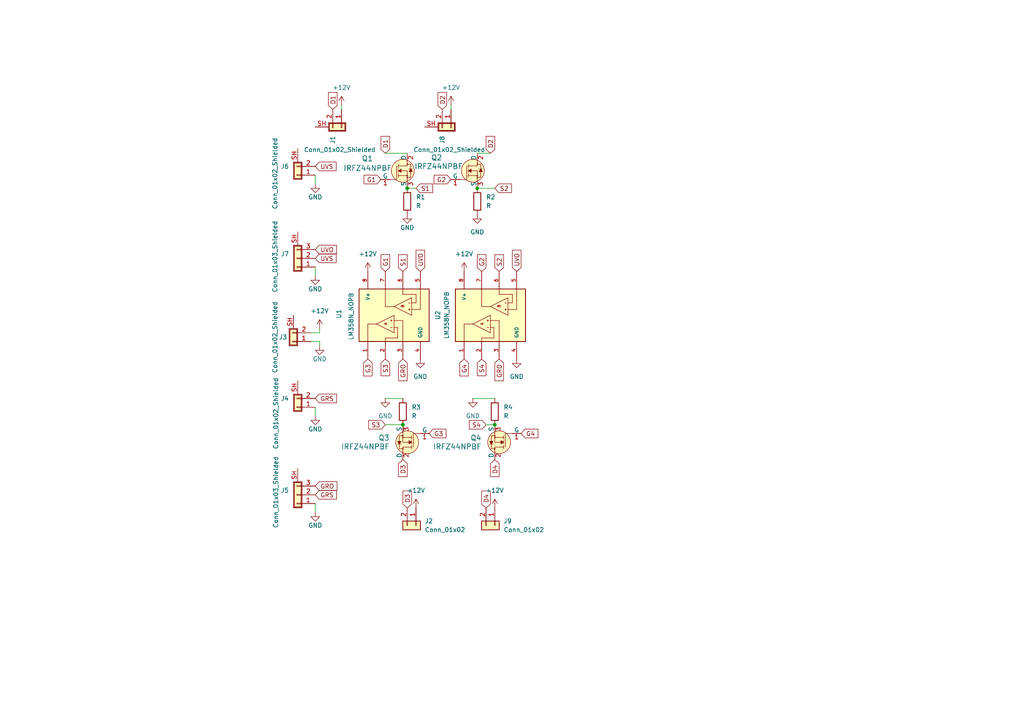
<source format=kicad_sch>
(kicad_sch (version 20231120) (generator "eeschema") (generator_version "8.0")
  (paper "A4")
  (lib_symbols
    (symbol "Connector_Generic:Conn_01x02" (pin_names (offset 1.016) hide)
      (property "Reference" "J" (at 0 2.54 0))
      (property "Value" "Conn_01x02" (at 0 -5.08 0))
      (symbol "Conn_01x02_1_1"
        (rectangle (start -1.27 -2.413) (end 0 -2.667) (stroke (width 0.1524)))
        (rectangle (start -1.27 0.127) (end 0 -0.127) (stroke (width 0.1524)))
        (rectangle (start -1.27 1.27) (end 1.27 -3.81) (stroke (width 0.254)) (fill (type background)))
        (pin passive line (at -5.08 0 0) (length 3.81) (name "Pin_1") (number "1"))
        (pin passive line (at -5.08 -2.54 0) (length 3.81) (name "Pin_2") (number "2"))
      )
    )
    (symbol "Connector_Generic_Shielded:Conn_01x02_Shielded" (pin_names (offset 1.016) hide)
      (property "Reference" "J" (at 0.254 2.286 0))
      (property "Value" "Conn_01x02_Shielded" (at 1.016 -4.826 0))
      (symbol "Conn_01x02_Shielded_1_1"
        (rectangle (start -1.27 1.27) (end 1.27 -3.81) (stroke (width 0.1524)))
        (rectangle (start -1.016 -2.413) (end 0.254 -2.667) (stroke (width 0.1524)))
        (rectangle (start -1.016 0.127) (end 0.254 -0.127) (stroke (width 0.1524)))
        (rectangle (start -1.016 1.016) (end 1.016 -3.556) (stroke (width 0.254)) (fill (type background)))
        (pin passive line (at -5.08 0 0) (length 4.064) (name "Pin_1") (number "1"))
        (pin passive line (at -5.08 -2.54 0) (length 4.064) (name "Pin_2") (number "2"))
        (pin passive line (at 0 -7.62 90) (length 3.81) (name "Shield") (number "SH"))
      )
    )
    (symbol "Connector_Generic_Shielded:Conn_01x03_Shielded" (pin_names (offset 1.016) hide)
      (property "Reference" "J" (at 0.254 4.826 0))
      (property "Value" "Conn_01x03_Shielded" (at 1.016 -4.826 0))
      (symbol "Conn_01x03_Shielded_1_1"
        (rectangle (start -1.27 3.81) (end 1.27 -3.81) (stroke (width 0.1524)))
        (rectangle (start -1.016 -2.413) (end 0.254 -2.667) (stroke (width 0.1524)))
        (rectangle (start -1.016 0.127) (end 0.254 -0.127) (stroke (width 0.1524)))
        (rectangle (start -1.016 2.667) (end 0.254 2.413) (stroke (width 0.1524)))
        (rectangle (start -1.016 3.556) (end 1.016 -3.556) (stroke (width 0.254)) (fill (type background)))
        (pin passive line (at -5.08 2.54 0) (length 4.064) (name "Pin_1") (number "1"))
        (pin passive line (at -5.08 0 0) (length 4.064) (name "Pin_2") (number "2"))
        (pin passive line (at -5.08 -2.54 0) (length 4.064) (name "Pin_3") (number "3"))
        (pin passive line (at 0 -7.62 90) (length 3.81) (name "Shield") (number "SH"))
      )
    )
    (symbol "Device:R" (pin_numbers hide) (pin_names (offset 0))
      (property "Reference" "R" (at 2.032 0 90))
      (property "Value" "R" (at 0 0 90))
      (symbol "R_0_1"
        (rectangle (start -1.016 -2.54) (end 1.016 2.54) (stroke (width 0.254)))
      )
      (symbol "R_1_1"
        (pin passive line (at 0 3.81 270) (length 1.27) (name "~") (number "1"))
        (pin passive line (at 0 -3.81 90) (length 1.27) (name "~") (number "2"))
      )
    )
    (symbol "Op_amp:LM358N_NOPB" (pin_names (offset 1.016))
      (property "Reference" "U" (at -7.62 11.43 0))
      (property "Value" "LM358N_NOPB" (at -7.62 -11.43 0))
      (symbol "LM358N_NOPB_0_0"
        (rectangle (start -7.62 -10.16) (end 7.62 10.16) (stroke (width 0.254)) (fill (type background)))
        (polyline (pts (xy -6.604 -1.016) (xy -6.604 2.54)) (stroke (width 0.1524)))
        (polyline (pts (xy -6.604 2.54) (xy -7.62 2.54)) (stroke (width 0.1524)))
        (polyline (pts (xy -5.08 0) (xy -2.54 5.08)) (stroke (width 0.1524)))
        (polyline (pts (xy -3.556 -1.016) (xy -6.604 -1.016)) (stroke (width 0.1524)))
        (polyline (pts (xy -3.556 0) (xy -5.08 0)) (stroke (width 0.1524)))
        (polyline (pts (xy -3.556 0) (xy -3.556 -1.016)) (stroke (width 0.1524)))
        (polyline (pts (xy -3.556 1.016) (xy -3.556 0.508)) (stroke (width 0.1524)))
        (polyline (pts (xy -2.54 5.08) (xy -2.54 7.62)) (stroke (width 0.1524)))
        (polyline (pts (xy -2.54 5.08) (xy 0 0)) (stroke (width 0.1524)))
        (polyline (pts (xy -2.54 7.62) (xy -7.62 7.62)) (stroke (width 0.1524)))
        (polyline (pts (xy -1.778 0.762) (xy -1.27 0.762)) (stroke (width 0.1524)))
        (polyline (pts (xy -1.524 -2.54) (xy -7.62 -2.54)) (stroke (width 0.1524)))
        (polyline (pts (xy -1.524 0) (xy -3.556 0)) (stroke (width 0.1524)))
        (polyline (pts (xy -1.524 0) (xy -1.524 -2.54)) (stroke (width 0.1524)))
        (polyline (pts (xy -1.524 0.508) (xy -1.524 1.016)) (stroke (width 0.1524)))
        (polyline (pts (xy 0 -5.08) (xy 2.54 0)) (stroke (width 0.1524)))
        (polyline (pts (xy 0 0) (xy -1.524 0)) (stroke (width 0.1524)))
        (polyline (pts (xy 1.4224 -4.4196) (xy 1.9304 -4.4196)) (stroke (width 0.1524)))
        (polyline (pts (xy 1.6764 -7.62) (xy 7.62 -7.62)) (stroke (width 0.1524)))
        (polyline (pts (xy 1.6764 -5.1308) (xy 1.6764 -7.62)) (stroke (width 0.1524)))
        (polyline (pts (xy 1.6764 -4.1656) (xy 1.6764 -4.6736)) (stroke (width 0.1524)))
        (polyline (pts (xy 2.5146 -0.1016) (xy 2.5146 2.54)) (stroke (width 0.1524)))
        (polyline (pts (xy 2.5146 2.54) (xy 7.62 2.54)) (stroke (width 0.1524)))
        (polyline (pts (xy 2.54 0) (xy 5.08 -5.08)) (stroke (width 0.1524)))
        (polyline (pts (xy 3.556 -4.191) (xy 3.556 -4.699)) (stroke (width 0.1524)))
        (polyline (pts (xy 3.6068 -6.3754) (xy 6.0706 -6.3754)) (stroke (width 0.1524)))
        (polyline (pts (xy 3.6068 -5.1054) (xy 3.6068 -6.3754)) (stroke (width 0.1524)))
        (polyline (pts (xy 5.08 -5.08) (xy 0 -5.08)) (stroke (width 0.1524)))
        (polyline (pts (xy 6.0706 -6.3754) (xy 6.0706 -2.54)) (stroke (width 0.1524)))
        (polyline (pts (xy 6.0706 -2.54) (xy 7.62 -2.54)) (stroke (width 0.1524)))
        (text "A" (at -2.921 1.9558 0) (effects (font (size 0.8128 0.8128)) (justify left bottom)))
        (text "B" (at 2.159 -2.9718 0) (effects (font (size 0.8128 0.8128)) (justify left bottom)))
        (pin output line (at -12.7 7.62 0) (length 5.08) (name "~") (number "1"))
        (pin input line (at -12.7 2.54 0) (length 5.08) (name "~") (number "2"))
        (pin input line (at -12.7 -2.54 0) (length 5.08) (name "~") (number "3"))
        (pin power_in line (at -12.7 -7.62 0) (length 5.08) (name "GND") (number "4"))
        (pin input line (at 12.7 -7.62 180) (length 5.08) (name "~") (number "5"))
        (pin input line (at 12.7 -2.54 180) (length 5.08) (name "~") (number "6"))
        (pin output line (at 12.7 2.54 180) (length 5.08) (name "~") (number "7"))
        (pin power_in line (at 12.7 7.62 180) (length 5.08) (name "V+") (number "8"))
      )
    )
    (symbol "dk_Transistors-FETs-MOSFETs-Single:IRF510PBF" (pin_names (offset 0))
      (property "Reference" "Q" (at -2.6924 3.6322 0))
      (property "Value" "IRF510PBF" (at 3.4544 0 90))
      (symbol "IRF510PBF_0_1"
        (circle (center -1.27 0) (radius 3.302) (fill (type background)))
        (circle (center 0 -1.905) (radius 0.127))
        (circle (center 0 -1.397) (radius 0.127))
        (polyline (pts (xy 0 -1.397) (xy -2.54 -1.397)))
        (polyline (pts (xy -5.08 -2.54) (xy -3.048 -2.54) (xy -3.048 1.397)))
        (polyline (pts (xy 0 -2.54) (xy 0 0) (xy -2.54 0)))
        (polyline (pts (xy 0 2.54) (xy 0 1.397) (xy -2.54 1.397)))
        (polyline (pts (xy -0.127 -1.905) (xy 1.016 -1.905) (xy 1.016 1.397) (xy 1.016 1.905) (xy -0.127 1.905)))
        (circle (center 0 1.905) (radius 0.127))
      )
      (symbol "IRF510PBF_1_1"
        (polyline (pts (xy -2.54 -1.397) (xy -2.54 -1.905)))
        (polyline (pts (xy -2.54 -1.397) (xy -2.54 -0.889)))
        (polyline (pts (xy -2.54 0) (xy -2.54 -0.508)))
        (polyline (pts (xy -2.54 0) (xy -2.54 0.508)))
        (polyline (pts (xy -2.54 1.905) (xy -2.54 0.889)))
        (polyline (pts (xy 1.524 0.508) (xy 0.508 0.508)))
        (polyline (pts (xy -2.54 0) (xy -1.778 0.508) (xy -1.778 -0.508) (xy -2.54 0)) (fill (type outline)))
        (polyline (pts (xy 1.016 0.508) (xy 0.508 -0.254) (xy 1.524 -0.254) (xy 1.016 0.508)) (fill (type outline)))
        (pin bidirectional line (at -7.62 -2.54 0) (length 2.54) (name "G") (number "1"))
        (pin bidirectional line (at 0 5.08 270) (length 2.54) (name "D") (number "2"))
        (pin bidirectional line (at 0 -5.08 90) (length 2.54) (name "S") (number "3"))
      )
    )
    (symbol "power:+12V" (power) (pin_numbers hide) (pin_names (offset 0) hide)
      (property "Value" "+12V" (at 0 3.556 0))
      (symbol "+12V_0_1"
        (polyline (pts (xy -0.762 1.27) (xy 0 2.54)))
        (polyline (pts (xy 0 0) (xy 0 2.54)))
        (polyline (pts (xy 0 2.54) (xy 0.762 1.27)))
      )
      (symbol "+12V_1_1"
        (pin power_in line (at 0 0 90) (length 0) (name "~") (number "1"))
      )
    )
    (symbol "power:GND" (power) (pin_numbers hide) (pin_names (offset 0) hide)
      (property "Value" "GND" (at 0 -3.81 0))
      (symbol "GND_0_1"
        (polyline (pts (xy 0 0) (xy 0 -1.27) (xy 1.27 -1.27) (xy 0 -2.54) (xy -1.27 -1.27) (xy 0 -1.27)))
      )
      (symbol "GND_1_1"
        (pin power_in line (at 0 0 270) (length 0) (name "~") (number "1"))
      )
    )
  )
  (junction (at 138.43 54.61))
  (junction (at 116.84 123.19))
  (junction (at 118.11 54.61))
  (junction (at 143.51 123.19))
  (wire (pts (xy 138.43 54.61) (xy 143.51 54.61)))
  (wire (pts (xy 91.44 146.05) (xy 91.44 148.59)))
  (wire (pts (xy 138.43 44.45) (xy 142.24 44.45)))
  (wire (pts (xy 92.71 99.06) (xy 92.71 100.33)))
  (wire (pts (xy 111.76 44.45) (xy 118.11 44.45)))
  (wire (pts (xy 91.44 118.11) (xy 91.44 120.65)))
  (wire (pts (xy 111.76 115.57) (xy 116.84 115.57)))
  (wire (pts (xy 91.44 77.47) (xy 91.44 80.01)))
  (wire (pts (xy 118.11 54.61) (xy 120.65 54.61)))
  (wire (pts (xy 92.71 96.52) (xy 92.71 95.25)))
  (wire (pts (xy 90.17 96.52) (xy 92.71 96.52)))
  (wire (pts (xy 140.97 123.19) (xy 143.51 123.19)))
  (wire (pts (xy 116.84 124.46) (xy 116.84 123.19)))
  (wire (pts (xy 91.44 50.8) (xy 91.44 53.34)))
  (wire (pts (xy 137.16 115.57) (xy 143.51 115.57)))
  (wire (pts (xy 90.17 99.06) (xy 92.71 99.06)))
  (wire (pts (xy 116.84 123.19) (xy 111.76 123.19)))
  (wire (pts (xy 130.81 30.48) (xy 130.81 31.75)))
  (wire (pts (xy 99.06 30.48) (xy 99.06 31.75)))
  (global_label "G1" (shape input) (at 110.49 52.07 180) (property "Intersheetrefs" "${INTERSHEET_REFS}" (effects (hide yes))))
  (global_label "G3" (shape input) (at 106.68 104.14 270) (property "Intersheetrefs" "${INTERSHEET_REFS}" (effects (hide yes))))
  (global_label "G2" (shape input) (at 139.7 78.74 90) (property "Intersheetrefs" "${INTERSHEET_REFS}" (effects (hide yes))))
  (global_label "S2" (shape input) (at 144.78 78.74 90) (property "Intersheetrefs" "${INTERSHEET_REFS}" (effects (hide yes))))
  (global_label "UVO" (shape input) (at 91.44 72.39 0) (property "Intersheetrefs" "${INTERSHEET_REFS}" (effects (hide yes))))
  (global_label "S4" (shape input) (at 140.97 123.19 180) (property "Intersheetrefs" "${INTERSHEET_REFS}" (effects (hide yes))))
  (global_label "UVO" (shape input) (at 121.92 78.74 90) (property "Intersheetrefs" "${INTERSHEET_REFS}" (effects (hide yes))))
  (global_label "D2" (shape input) (at 128.27 31.75 90) (property "Intersheetrefs" "${INTERSHEET_REFS}" (effects (hide yes))))
  (global_label "D3" (shape input) (at 116.84 133.35 270) (property "Intersheetrefs" "${INTERSHEET_REFS}" (effects (hide yes))))
  (global_label "UVO" (shape input) (at 149.86 78.74 90) (property "Intersheetrefs" "${INTERSHEET_REFS}" (effects (hide yes))))
  (global_label "G1" (shape input) (at 111.76 78.74 90) (property "Intersheetrefs" "${INTERSHEET_REFS}" (effects (hide yes))))
  (global_label "D1" (shape input) (at 111.76 44.45 90) (property "Intersheetrefs" "${INTERSHEET_REFS}" (effects (hide yes))))
  (global_label "G2" (shape input) (at 130.81 52.07 180) (property "Intersheetrefs" "${INTERSHEET_REFS}" (effects (hide yes))))
  (global_label "D3" (shape input) (at 118.11 147.32 90) (property "Intersheetrefs" "${INTERSHEET_REFS}" (effects (hide yes))))
  (global_label "G3" (shape input) (at 124.46 125.73 0) (property "Intersheetrefs" "${INTERSHEET_REFS}" (effects (hide yes))))
  (global_label "D2" (shape input) (at 142.24 44.45 90) (property "Intersheetrefs" "${INTERSHEET_REFS}" (effects (hide yes))))
  (global_label "G4" (shape input) (at 151.13 125.73 0) (property "Intersheetrefs" "${INTERSHEET_REFS}" (effects (hide yes))))
  (global_label "S3" (shape input) (at 111.76 123.19 180) (property "Intersheetrefs" "${INTERSHEET_REFS}" (effects (hide yes))))
  (global_label "UVS" (shape input) (at 91.44 48.26 0) (property "Intersheetrefs" "${INTERSHEET_REFS}" (effects (hide yes))))
  (global_label "GRO" (shape input) (at 144.78 104.14 270) (property "Intersheetrefs" "${INTERSHEET_REFS}" (effects (hide yes))))
  (global_label "S1" (shape input) (at 116.84 78.74 90) (property "Intersheetrefs" "${INTERSHEET_REFS}" (effects (hide yes))))
  (global_label "D4" (shape input) (at 140.97 147.32 90) (property "Intersheetrefs" "${INTERSHEET_REFS}" (effects (hide yes))))
  (global_label "GRS" (shape input) (at 91.44 115.57 0) (property "Intersheetrefs" "${INTERSHEET_REFS}" (effects (hide yes))))
  (global_label "G4" (shape input) (at 134.62 104.14 270) (property "Intersheetrefs" "${INTERSHEET_REFS}" (effects (hide yes))))
  (global_label "GRS" (shape input) (at 91.44 143.51 0) (property "Intersheetrefs" "${INTERSHEET_REFS}" (effects (hide yes))))
  (global_label "S2" (shape input) (at 143.51 54.61 0) (property "Intersheetrefs" "${INTERSHEET_REFS}" (effects (hide yes))))
  (global_label "UVS" (shape input) (at 91.44 74.93 0) (property "Intersheetrefs" "${INTERSHEET_REFS}" (effects (hide yes))))
  (global_label "D1" (shape input) (at 96.52 31.75 90) (property "Intersheetrefs" "${INTERSHEET_REFS}" (effects (hide yes))))
  (global_label "S3" (shape input) (at 111.76 104.14 270) (property "Intersheetrefs" "${INTERSHEET_REFS}" (effects (hide yes))))
  (global_label "GRO" (shape input) (at 91.44 140.97 0) (property "Intersheetrefs" "${INTERSHEET_REFS}" (effects (hide yes))))
  (global_label "S4" (shape input) (at 139.7 104.14 270) (property "Intersheetrefs" "${INTERSHEET_REFS}" (effects (hide yes))))
  (global_label "D4" (shape input) (at 143.51 133.35 270) (property "Intersheetrefs" "${INTERSHEET_REFS}" (effects (hide yes))))
  (global_label "S1" (shape input) (at 120.65 54.61 0) (property "Intersheetrefs" "${INTERSHEET_REFS}" (effects (hide yes))))
  (global_label "GRO" (shape input) (at 116.84 104.14 270) (property "Intersheetrefs" "${INTERSHEET_REFS}" (effects (hide yes))))
  (symbol (lib_id "Connector_Generic_Shielded:Conn_01x02_Shielded") (at 86.36 118.11 180) (unit 1)
    (property "Reference" "J4" (at 83.82 115.5699 0) (effects (justify left)))
    (property "Value" "Conn_01x02_Shielded" (at 80.01 109.474 90) (effects (justify left)))
    (property "Footprint" "Connector_PinSocket_2.54mm:PinSocket_1x02_P2.54mm_Horizontal" (effects (hide yes)))
    (property "Description" "Generic shielded connector, single row, 01x02, script generated (kicad-library-utils/schlib/autogen/connector/)" (effects (hide yes)))
  )
  (symbol (lib_id "Connector_Generic_Shielded:Conn_01x02_Shielded") (at 130.81 36.83 270) (unit 1)
    (property "Reference" "J8" (at 128.2699 39.37 0) (effects (justify left)))
    (property "Value" "Conn_01x02_Shielded" (at 119.888 43.434 90) (effects (justify left)))
    (property "Footprint" "Connector_PinSocket_2.54mm:PinSocket_1x02_P2.54mm_Horizontal" (effects (hide yes)))
    (property "Description" "Generic shielded connector, single row, 01x02, script generated (kicad-library-utils/schlib/autogen/connector/)" (effects (hide yes)))
  )
  (symbol (lib_id "power:GND") (at 91.44 80.01 0) (unit 1)
    (property "Reference" "#PWR07" (effects (hide yes)))
    (property "Value" "GND" (at 91.44 83.82 0))
    (property "Description" "Power symbol creates a global label with name \"GND\" , ground" (effects (hide yes)))
  )
  (symbol (lib_id "power:+12V") (at 120.65 147.32 0) (unit 1)
    (property "Reference" "#PWR011" (effects (hide yes)))
    (property "Value" "+12V" (at 120.65 142.24 0))
    (property "Description" "Power symbol creates a global label with name \"+12V\"" (effects (hide yes)))
  )
  (symbol (lib_id "Connector_Generic:Conn_01x02") (at 120.65 152.4 270) (unit 1)
    (property "Reference" "J2" (at 123.19 151.1299 90) (effects (justify left)))
    (property "Value" "Conn_01x02" (at 123.19 153.6699 90) (effects (justify left)))
    (property "Footprint" "Connector_PinSocket_2.54mm:PinSocket_1x02_P2.54mm_Horizontal" (effects (hide yes)))
    (property "Description" "Generic connector, single row, 01x02, script generated (kicad-library-utils/schlib/autogen/connector/)" (effects (hide yes)))
  )
  (symbol (lib_id "power:+12V") (at 134.62 78.74 0) (unit 1)
    (property "Reference" "#PWR014" (effects (hide yes)))
    (property "Value" "+12V" (at 134.62 73.66 0))
    (property "Description" "Power symbol creates a global label with name \"+12V\"" (effects (hide yes)))
  )
  (symbol (lib_id "Connector_Generic_Shielded:Conn_01x02_Shielded") (at 86.36 50.8 180) (unit 1)
    (property "Reference" "J6" (at 83.82 48.2599 0) (effects (justify left)))
    (property "Value" "Conn_01x02_Shielded" (at 79.756 39.878 90) (effects (justify left)))
    (property "Footprint" "Connector_PinSocket_2.54mm:PinSocket_1x02_P2.54mm_Horizontal" (effects (hide yes)))
    (property "Description" "Generic shielded connector, single row, 01x02, script generated (kicad-library-utils/schlib/autogen/connector/)" (effects (hide yes)))
  )
  (symbol (lib_id "power:GND") (at 149.86 104.14 0) (unit 1)
    (property "Reference" "#PWR013" (effects (hide yes)))
    (property "Value" "GND" (at 149.86 109.22 0))
    (property "Description" "Power symbol creates a global label with name \"GND\" , ground" (effects (hide yes)))
  )
  (symbol (lib_id "power:+12V") (at 143.51 147.32 0) (unit 1)
    (property "Reference" "#PWR012" (effects (hide yes)))
    (property "Value" "+12V" (at 143.51 142.24 0))
    (property "Description" "Power symbol creates a global label with name \"+12V\"" (effects (hide yes)))
  )
  (symbol (lib_id "Op_amp:LM358N_NOPB") (at 114.3 91.44 90) (unit 1)
    (property "Reference" "U1" (at 98.298 89.662 0) (effects (justify right)))
    (property "Value" "LM358N_NOPB" (at 101.854 84.836 0) (effects (justify right)))
    (property "Footprint" "Symbol:LM358N_NOP" (effects (hide yes)))
    (property "Description" "2-Channel, 1MHz, industry standard, 32V op amp 8-PDIP 0 to 70" (effects (hide yes)))
    (property "MF" "Texas Instruments" (effects (hide yes)))
    (property "MOUSER-PURCHASE-URL" "https://snapeda.com/shop?store=Mouser&id=106817" (effects (hide yes)))
    (property "PACKAGE" "PDIP-8 Texas" (effects (hide yes)))
    (property "PRICE" "None" (effects (hide yes)))
    (property "Package" "PDIP-8 Texas" (effects (hide yes)))
    (property "Check_prices" "https://www.snapeda.com/parts/LM358N/NOPB/Texas+Instruments/view-part/?ref=eda" (effects (hide yes)))
    (property "SnapEDA_Link" "https://www.snapeda.com/parts/LM358N/NOPB/Texas+Instruments/view-part/?ref=snap" (effects (hide yes)))
    (property "TEXAS_INSTRUMENTS-PURCHASE-URL" "https://snapeda.com/shop?store=Texas+Instruments&id=106817" (effects (hide yes)))
    (property "Price" "None" (effects (hide yes)))
    (property "ARROW_ASIA-PURCHASE-URL" "https://snapeda.com/shop?store=Arrow+Asia&id=106817" (effects (hide yes)))
    (property "MP" "LM358N/NOPB" (effects (hide yes)))
    (property "DIGIKEY-PURCHASE-URL" "https://snapeda.com/shop?store=DigiKey&id=106817" (effects (hide yes)))
    (property "Availability" "In Stock" (effects (hide yes)))
    (property "AVAILABILITY" "Good" (effects (hide yes)))
    (property "Description_1" "\n                        \n                            Dual, 32-V, 1-MHz op amp\n                        \n" (effects (hide yes)))
  )
  (symbol (lib_id "power:GND") (at 92.71 100.33 0) (unit 1)
    (property "Reference" "#PWR010" (effects (hide yes)))
    (property "Value" "GND" (at 92.71 104.14 0))
    (property "Description" "Power symbol creates a global label with name \"GND\" , ground" (effects (hide yes)))
  )
  (symbol (lib_id "Connector_Generic_Shielded:Conn_01x02_Shielded") (at 85.09 99.06 180) (unit 1)
    (property "Reference" "J3" (at 83.312 97.79 0) (effects (justify left)))
    (property "Value" "Conn_01x02_Shielded" (at 79.756 87.376 90) (effects (justify left)))
    (property "Footprint" "Connector_PinSocket_2.54mm:PinSocket_1x02_P2.54mm_Horizontal" (effects (hide yes)))
    (property "Description" "Generic shielded connector, single row, 01x02, script generated (kicad-library-utils/schlib/autogen/connector/)" (effects (hide yes)))
  )
  (symbol (lib_id "power:GND") (at 91.44 148.59 0) (unit 1)
    (property "Reference" "#PWR016" (effects (hide yes)))
    (property "Value" "GND" (at 91.44 152.4 0))
    (property "Description" "Power symbol creates a global label with name \"GND\" , ground" (effects (hide yes)))
  )
  (symbol (lib_id "Connector_Generic_Shielded:Conn_01x03_Shielded") (at 86.36 74.93 180) (unit 1)
    (property "Reference" "J7" (at 83.82 73.6599 0) (effects (justify left)))
    (property "Value" "Conn_01x03_Shielded" (at 79.756 64.008 90) (effects (justify left)))
    (property "Footprint" "Connector_PinSocket_2.54mm:PinSocket_1x03_P2.54mm_Horizontal" (effects (hide yes)))
    (property "Description" "Generic shielded connector, single row, 01x03, script generated (kicad-library-utils/schlib/autogen/connector/)" (effects (hide yes)))
  )
  (symbol (lib_id "power:GND") (at 118.11 62.23 0) (unit 1)
    (property "Reference" "#PWR01" (effects (hide yes)))
    (property "Value" "GND" (at 118.11 66.04 0))
    (property "Description" "Power symbol creates a global label with name \"GND\" , ground" (effects (hide yes)))
  )
  (symbol (lib_id "Device:R") (at 143.51 119.38 0) (unit 1)
    (property "Reference" "R4" (at 146.05 118.1099 0) (effects (justify left)))
    (property "Value" "R" (at 146.05 120.6499 0) (effects (justify left)))
    (property "Footprint" "Resistor_THT:R_Axial_DIN0207_L6.3mm_D2.5mm_P7.62mm_Horizontal" (effects (hide yes)))
    (property "Description" "Resistor" (effects (hide yes)))
  )
  (symbol (lib_id "Device:R") (at 118.11 58.42 0) (unit 1)
    (property "Reference" "R1" (at 120.65 57.1499 0) (effects (justify left)))
    (property "Value" "R" (at 120.65 59.6899 0) (effects (justify left)))
    (property "Footprint" "Resistor_THT:R_Axial_Power_L38.0mm_W6.4mm_P40.64mm" (effects (hide yes)))
    (property "Description" "Resistor" (effects (hide yes)))
  )
  (symbol (lib_id "Op_amp:LM358N_NOPB") (at 142.24 91.44 90) (unit 1)
    (property "Reference" "U2" (at 127 91.44 0))
    (property "Value" "LM358N_NOPB" (at 129.54 91.44 0))
    (property "Footprint" "Symbol:LM358N_NOP" (effects (hide yes)))
    (property "Description" "2-Channel, 1MHz, industry standard, 32V op amp 8-PDIP 0 to 70" (effects (hide yes)))
    (property "MF" "Texas Instruments" (effects (hide yes)))
    (property "MOUSER-PURCHASE-URL" "https://snapeda.com/shop?store=Mouser&id=106817" (effects (hide yes)))
    (property "PACKAGE" "PDIP-8 Texas" (effects (hide yes)))
    (property "PRICE" "None" (effects (hide yes)))
    (property "Package" "PDIP-8 Texas" (effects (hide yes)))
    (property "Check_prices" "https://www.snapeda.com/parts/LM358N/NOPB/Texas+Instruments/view-part/?ref=eda" (effects (hide yes)))
    (property "SnapEDA_Link" "https://www.snapeda.com/parts/LM358N/NOPB/Texas+Instruments/view-part/?ref=snap" (effects (hide yes)))
    (property "TEXAS_INSTRUMENTS-PURCHASE-URL" "https://snapeda.com/shop?store=Texas+Instruments&id=106817" (effects (hide yes)))
    (property "Price" "None" (effects (hide yes)))
    (property "ARROW_ASIA-PURCHASE-URL" "https://snapeda.com/shop?store=Arrow+Asia&id=106817" (effects (hide yes)))
    (property "MP" "LM358N/NOPB" (effects (hide yes)))
    (property "DIGIKEY-PURCHASE-URL" "https://snapeda.com/shop?store=DigiKey&id=106817" (effects (hide yes)))
    (property "Availability" "In Stock" (effects (hide yes)))
    (property "AVAILABILITY" "Good" (effects (hide yes)))
    (property "Description_1" "\n                        \n                            Dual, 32-V, 1-MHz op amp\n                        \n" (effects (hide yes)))
  )
  (symbol (lib_id "dk_Transistors-FETs-MOSFETs-Single:IRF510PBF") (at 138.43 49.53 0) (unit 1)
    (property "Reference" "Q2" (at 124.968 45.72 0) (effects (font (size 1.524 1.524)) (justify left)))
    (property "Value" "IRFZ44NPBF" (at 120.142 48.26 0) (effects (font (size 1.524 1.524)) (justify left)))
    (property "Footprint" "digikey-footprints:TO-220-3" (effects (hide yes)))
    (property "Datasheet" "http://www.vishay.com/docs/91015/sihf510.pdf" (effects (hide yes)))
    (property "Description" "MOSFET N-CH 100V 5.6A TO-220AB" (effects (hide yes)))
    (property "Digi-Key_PN" "IRF510PBF-ND" (effects (hide yes)))
    (property "MPN" "IRF510PBF" (effects (hide yes)))
    (property "Category" "Discrete Semiconductor Products" (effects (hide yes)))
    (property "Family" "Transistors - FETs, MOSFETs - Single" (effects (hide yes)))
    (property "DK_Datasheet_Link" "http://www.vishay.com/docs/91015/sihf510.pdf" (effects (hide yes)))
    (property "DK_Detail_Page" "/product-detail/en/vishay-siliconix/IRF510PBF/IRF510PBF-ND/811710" (effects (hide yes)))
    (property "Description_1" "MOSFET N-CH 100V 5.6A TO-220AB" (effects (hide yes)))
    (property "Manufacturer" "Vishay Siliconix" (effects (hide yes)))
    (property "Status" "Active" (effects (hide yes)))
  )
  (symbol (lib_id "Connector_Generic:Conn_01x02") (at 143.51 152.4 270) (unit 1)
    (property "Reference" "J9" (at 146.05 151.1299 90) (effects (justify left)))
    (property "Value" "Conn_01x02" (at 146.05 153.6699 90) (effects (justify left)))
    (property "Footprint" "Connector_PinSocket_2.54mm:PinSocket_1x02_P2.54mm_Horizontal" (effects (hide yes)))
    (property "Description" "Generic connector, single row, 01x02, script generated (kicad-library-utils/schlib/autogen/connector/)" (effects (hide yes)))
  )
  (symbol (lib_id "power:GND") (at 111.76 115.57 0) (unit 1)
    (property "Reference" "#PWR017" (effects (hide yes)))
    (property "Value" "GND" (at 111.76 120.65 0))
    (property "Description" "Power symbol creates a global label with name \"GND\" , ground" (effects (hide yes)))
  )
  (symbol (lib_id "Device:R") (at 116.84 119.38 0) (unit 1)
    (property "Reference" "R3" (at 119.38 118.1099 0) (effects (justify left)))
    (property "Value" "R" (at 119.38 120.6499 0) (effects (justify left)))
    (property "Footprint" "Resistor_THT:R_Axial_DIN0207_L6.3mm_D2.5mm_P7.62mm_Horizontal" (effects (hide yes)))
    (property "Description" "Resistor" (effects (hide yes)))
  )
  (symbol (lib_id "power:+12V") (at 99.06 30.48 0) (unit 1)
    (property "Reference" "#PWR05" (effects (hide yes)))
    (property "Value" "+12V" (at 99.06 25.4 0))
    (property "Description" "Power symbol creates a global label with name \"+12V\"" (effects (hide yes)))
  )
  (symbol (lib_id "dk_Transistors-FETs-MOSFETs-Single:IRF510PBF") (at 116.84 128.27 180) (unit 1)
    (property "Reference" "Q3" (at 113.03 126.9999 0) (effects (font (size 1.524 1.524)) (justify left)))
    (property "Value" "IRFZ44NPBF" (at 113.03 129.5399 0) (effects (font (size 1.524 1.524)) (justify left)))
    (property "Footprint" "digikey-footprints:TO-220-3" (effects (hide yes)))
    (property "Datasheet" "http://www.vishay.com/docs/91015/sihf510.pdf" (effects (hide yes)))
    (property "Description" "MOSFET N-CH 100V 5.6A TO-220AB" (effects (hide yes)))
    (property "Digi-Key_PN" "IRF510PBF-ND" (effects (hide yes)))
    (property "MPN" "IRF510PBF" (effects (hide yes)))
    (property "Category" "Discrete Semiconductor Products" (effects (hide yes)))
    (property "Family" "Transistors - FETs, MOSFETs - Single" (effects (hide yes)))
    (property "DK_Datasheet_Link" "http://www.vishay.com/docs/91015/sihf510.pdf" (effects (hide yes)))
    (property "DK_Detail_Page" "/product-detail/en/vishay-siliconix/IRF510PBF/IRF510PBF-ND/811710" (effects (hide yes)))
    (property "Description_1" "MOSFET N-CH 100V 5.6A TO-220AB" (effects (hide yes)))
    (property "Manufacturer" "Vishay Siliconix" (effects (hide yes)))
    (property "Status" "Active" (effects (hide yes)))
  )
  (symbol (lib_id "power:+12V") (at 130.81 30.48 0) (unit 1)
    (property "Reference" "#PWR04" (effects (hide yes)))
    (property "Value" "+12V" (at 130.81 25.4 0))
    (property "Description" "Power symbol creates a global label with name \"+12V\"" (effects (hide yes)))
  )
  (symbol (lib_id "Device:R") (at 138.43 58.42 0) (unit 1)
    (property "Reference" "R2" (at 140.97 57.1499 0) (effects (justify left)))
    (property "Value" "R" (at 140.97 59.6899 0) (effects (justify left)))
    (property "Footprint" "Resistor_THT:R_Axial_Power_L38.0mm_W6.4mm_P40.64mm" (effects (hide yes)))
    (property "Description" "Resistor" (effects (hide yes)))
  )
  (symbol (lib_id "Connector_Generic_Shielded:Conn_01x03_Shielded") (at 86.36 143.51 180) (unit 1)
    (property "Reference" "J5" (at 83.82 142.2399 0) (effects (justify left)))
    (property "Value" "Conn_01x03_Shielded" (at 80.01 132.334 90) (effects (justify left)))
    (property "Footprint" "Connector_PinSocket_2.54mm:PinSocket_1x03_P2.54mm_Horizontal" (effects (hide yes)))
    (property "Description" "Generic shielded connector, single row, 01x03, script generated (kicad-library-utils/schlib/autogen/connector/)" (effects (hide yes)))
  )
  (symbol (lib_id "power:GND") (at 91.44 120.65 0) (unit 1)
    (property "Reference" "#PWR015" (effects (hide yes)))
    (property "Value" "GND" (at 91.44 124.46 0))
    (property "Description" "Power symbol creates a global label with name \"GND\" , ground" (effects (hide yes)))
  )
  (symbol (lib_id "power:GND") (at 91.44 53.34 0) (unit 1)
    (property "Reference" "#PWR06" (effects (hide yes)))
    (property "Value" "GND" (at 91.44 57.15 0))
    (property "Description" "Power symbol creates a global label with name \"GND\" , ground" (effects (hide yes)))
  )
  (symbol (lib_id "Connector_Generic_Shielded:Conn_01x02_Shielded") (at 99.06 36.83 270) (unit 1)
    (property "Reference" "J1" (at 96.5199 39.37 0) (effects (justify left)))
    (property "Value" "Conn_01x02_Shielded" (at 88.138 43.434 90) (effects (justify left)))
    (property "Footprint" "Connector_PinSocket_2.54mm:PinSocket_1x02_P2.54mm_Horizontal" (effects (hide yes)))
    (property "Description" "Generic shielded connector, single row, 01x02, script generated (kicad-library-utils/schlib/autogen/connector/)" (effects (hide yes)))
  )
  (symbol (lib_id "dk_Transistors-FETs-MOSFETs-Single:IRF510PBF") (at 143.51 128.27 180) (unit 1)
    (property "Reference" "Q4" (at 139.7 126.9999 0) (effects (font (size 1.524 1.524)) (justify left)))
    (property "Value" "IRFZ44NPBF" (at 139.7 129.5399 0) (effects (font (size 1.524 1.524)) (justify left)))
    (property "Footprint" "digikey-footprints:TO-220-3" (effects (hide yes)))
    (property "Datasheet" "http://www.vishay.com/docs/91015/sihf510.pdf" (effects (hide yes)))
    (property "Description" "MOSFET N-CH 100V 5.6A TO-220AB" (effects (hide yes)))
    (property "Digi-Key_PN" "IRF510PBF-ND" (effects (hide yes)))
    (property "MPN" "IRF510PBF" (effects (hide yes)))
    (property "Category" "Discrete Semiconductor Products" (effects (hide yes)))
    (property "Family" "Transistors - FETs, MOSFETs - Single" (effects (hide yes)))
    (property "DK_Datasheet_Link" "http://www.vishay.com/docs/91015/sihf510.pdf" (effects (hide yes)))
    (property "DK_Detail_Page" "/product-detail/en/vishay-siliconix/IRF510PBF/IRF510PBF-ND/811710" (effects (hide yes)))
    (property "Description_1" "MOSFET N-CH 100V 5.6A TO-220AB" (effects (hide yes)))
    (property "Manufacturer" "Vishay Siliconix" (effects (hide yes)))
    (property "Status" "Active" (effects (hide yes)))
  )
  (symbol (lib_id "power:GND") (at 137.16 115.57 0) (unit 1)
    (property "Reference" "#PWR018" (effects (hide yes)))
    (property "Value" "GND" (at 137.16 120.65 0))
    (property "Description" "Power symbol creates a global label with name \"GND\" , ground" (effects (hide yes)))
  )
  (symbol (lib_id "power:GND") (at 138.43 62.23 0) (unit 1)
    (property "Reference" "#PWR02" (effects (hide yes)))
    (property "Value" "GND" (at 138.43 67.31 0))
    (property "Description" "Power symbol creates a global label with name \"GND\" , ground" (effects (hide yes)))
  )
  (symbol (lib_id "power:GND") (at 121.92 104.14 0) (unit 1)
    (property "Reference" "#PWR03" (effects (hide yes)))
    (property "Value" "GND" (at 121.92 109.22 0))
    (property "Description" "Power symbol creates a global label with name \"GND\" , ground" (effects (hide yes)))
  )
  (symbol (lib_id "power:+12V") (at 106.68 78.74 0) (unit 1)
    (property "Reference" "#PWR08" (effects (hide yes)))
    (property "Value" "+12V" (at 106.68 73.66 0))
    (property "Description" "Power symbol creates a global label with name \"+12V\"" (effects (hide yes)))
  )
  (symbol (lib_id "dk_Transistors-FETs-MOSFETs-Single:IRF510PBF") (at 118.11 49.53 0) (unit 1)
    (property "Reference" "Q1" (at 104.902 45.974 0) (effects (font (size 1.524 1.524)) (justify left)))
    (property "Value" "IRFZ44NPBF" (at 99.568 48.768 0) (effects (font (size 1.524 1.524)) (justify left)))
    (property "Footprint" "digikey-footprints:TO-220-3" (effects (hide yes)))
    (property "Datasheet" "http://www.vishay.com/docs/91015/sihf510.pdf" (effects (hide yes)))
    (property "Description" "MOSFET N-CH 100V 5.6A TO-220AB" (effects (hide yes)))
    (property "Digi-Key_PN" "IRF510PBF-ND" (effects (hide yes)))
    (property "MPN" "IRF510PBF" (effects (hide yes)))
    (property "Category" "Discrete Semiconductor Products" (effects (hide yes)))
    (property "Family" "Transistors - FETs, MOSFETs - Single" (effects (hide yes)))
    (property "DK_Datasheet_Link" "http://www.vishay.com/docs/91015/sihf510.pdf" (effects (hide yes)))
    (property "DK_Detail_Page" "/product-detail/en/vishay-siliconix/IRF510PBF/IRF510PBF-ND/811710" (effects (hide yes)))
    (property "Description_1" "MOSFET N-CH 100V 5.6A TO-220AB" (effects (hide yes)))
    (property "Manufacturer" "Vishay Siliconix" (effects (hide yes)))
    (property "Status" "Active" (effects (hide yes)))
  )
  (symbol (lib_id "power:+12V") (at 92.71 95.25 0) (unit 1)
    (property "Reference" "#PWR09" (effects (hide yes)))
    (property "Value" "+12V" (at 92.71 90.17 0))
    (property "Description" "Power symbol creates a global label with name \"+12V\"" (effects (hide yes)))
  )
)
</source>
